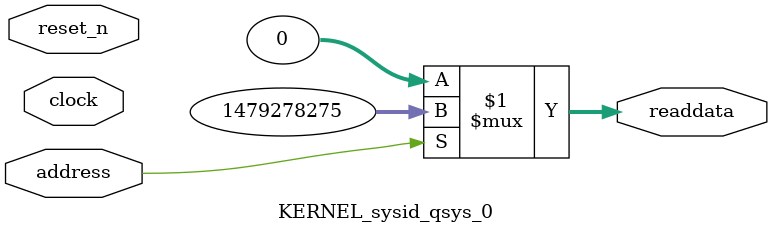
<source format=v>

`timescale 1ns / 1ps
// synthesis translate_on

// turn off superfluous verilog processor warnings 
// altera message_level Level1 
// altera message_off 10034 10035 10036 10037 10230 10240 10030 

module KERNEL_sysid_qsys_0 (
               // inputs:
                address,
                clock,
                reset_n,

               // outputs:
                readdata
             )
;

  output  [ 31: 0] readdata;
  input            address;
  input            clock;
  input            reset_n;

  wire    [ 31: 0] readdata;
  //control_slave, which is an e_avalon_slave
  assign readdata = address ? 1479278275 : 0;

endmodule




</source>
